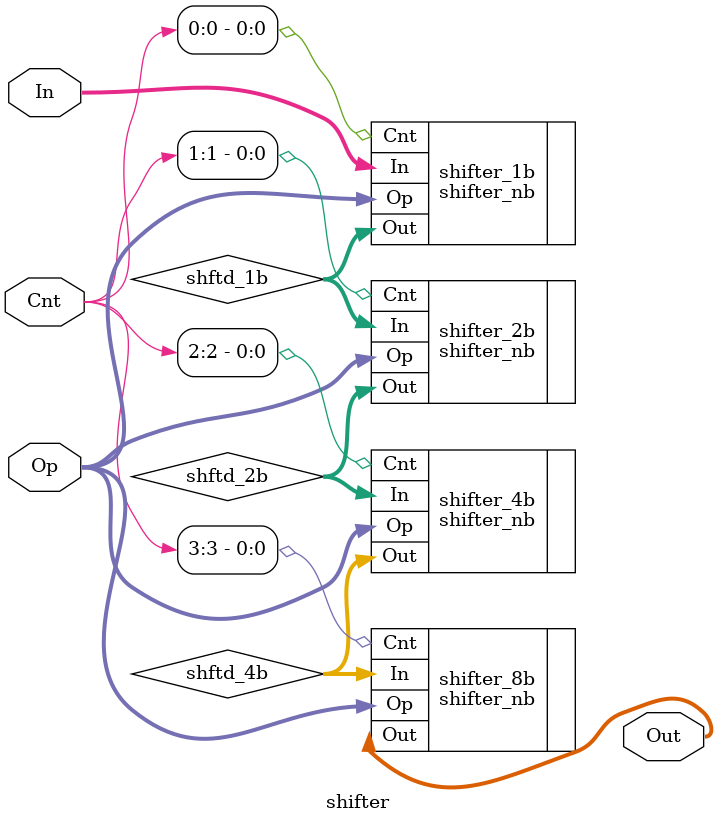
<source format=v>
/*
    CS/ECE 552 Spring '20
    Homework #2, Problem 1
    
    A barrel shifter module.  It is designed to shift a number via rotate
    left, shift left, shift right arithmetic, or shift right logical based
    on the Op() value that is passed in (2 bit number).  It uses these
    shifts to shift the value any number of bits between 0 and 15 bits.
 */
module shifter (In, Cnt, Op, Out);

   // declare constant for size of inputs, outputs (N) and # bits to shift (C)
   parameter   N = 16;
   parameter   C = 4;
   parameter   O = 2;

   input [N-1:0]   In;
   input [C-1:0]   Cnt;
   input [O-1:0]   Op;
   output [N-1:0]  Out;

   wire [N-1:0]    shftd_1b, shftd_2b, shftd_4b;

   // Opcode | Operation
   // 00     | Rotate left
   // 01     | Shift left
   // 10     | Shift right arithmetic
   // 11     | Shift right logical

   // Combination of an 8-bit, 4-bit, 2-bit, and 1-bit shifter.
   shifter_nb #(.SHFT(1)) shifter_1b(.In(In), .Cnt(Cnt[0]), .Op(Op), .Out(shftd_1b));
   shifter_nb #(.SHFT(2)) shifter_2b(.In(shftd_1b), .Cnt(Cnt[1]), .Op(Op), .Out(shftd_2b));
   shifter_nb #(.SHFT(4)) shifter_4b(.In(shftd_2b), .Cnt(Cnt[2]), .Op(Op), .Out(shftd_4b));
   shifter_nb #(.SHFT(8)) shifter_8b(.In(shftd_4b), .Cnt(Cnt[3]), .Op(Op), .Out(Out));
   
endmodule

</source>
